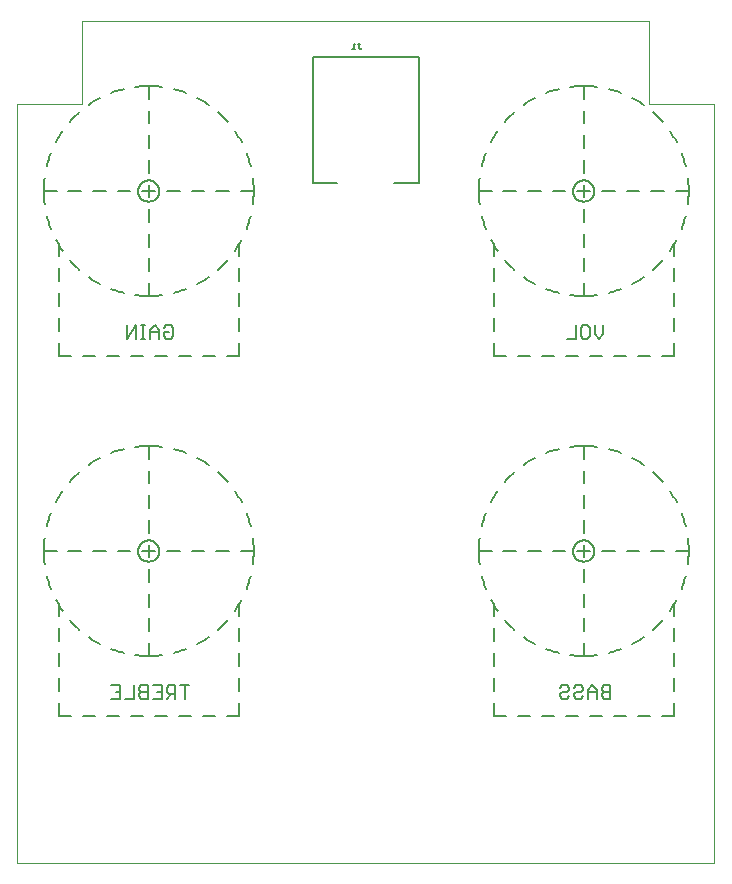
<source format=gbo>
G75*
%MOIN*%
%OFA0B0*%
%FSLAX25Y25*%
%IPPOS*%
%LPD*%
%AMOC8*
5,1,8,0,0,1.08239X$1,22.5*
%
%ADD10C,0.00500*%
%ADD11C,0.00600*%
%ADD12C,0.00800*%
%ADD13C,0.00000*%
D10*
X0018750Y0055863D02*
X0022805Y0055863D01*
X0026742Y0055863D02*
X0030797Y0055863D01*
X0034734Y0055863D02*
X0038789Y0055863D01*
X0042726Y0055863D02*
X0046781Y0055863D01*
X0050719Y0055863D02*
X0054774Y0055863D01*
X0058711Y0055863D02*
X0062766Y0055863D01*
X0066703Y0055863D02*
X0070758Y0055863D01*
X0074695Y0055863D02*
X0078750Y0055863D01*
X0078750Y0060201D01*
X0078750Y0064138D02*
X0078750Y0068476D01*
X0078750Y0072413D02*
X0078750Y0076750D01*
X0078750Y0080687D02*
X0078750Y0085025D01*
X0078750Y0088962D02*
X0078750Y0093300D01*
X0079472Y0110800D02*
X0083750Y0110800D01*
X0075535Y0110800D02*
X0071257Y0110800D01*
X0067320Y0110800D02*
X0063041Y0110800D01*
X0059104Y0110800D02*
X0054826Y0110800D01*
X0050889Y0110800D02*
X0046611Y0110800D01*
X0014757Y0119135D02*
X0014943Y0119858D01*
X0015143Y0120577D01*
X0015360Y0121292D01*
X0015591Y0122002D01*
X0015837Y0122707D01*
X0016099Y0123406D01*
X0018028Y0110800D02*
X0013750Y0110800D01*
X0021965Y0110800D02*
X0026243Y0110800D01*
X0030180Y0110800D02*
X0034459Y0110800D01*
X0038396Y0110800D02*
X0042674Y0110800D01*
X0022469Y0133915D02*
X0022968Y0134471D01*
X0023479Y0135015D01*
X0024001Y0135549D01*
X0024535Y0136071D01*
X0025079Y0136582D01*
X0025635Y0137081D01*
X0048750Y0137585D02*
X0048750Y0133307D01*
X0048750Y0129370D02*
X0048750Y0125091D01*
X0048750Y0121154D02*
X0048750Y0116876D01*
X0048750Y0112939D02*
X0048750Y0108661D01*
X0040414Y0076807D02*
X0039691Y0076993D01*
X0038972Y0077194D01*
X0038258Y0077410D01*
X0037548Y0077641D01*
X0036843Y0077888D01*
X0036144Y0078149D01*
X0048750Y0080078D02*
X0048750Y0075800D01*
X0048750Y0084015D02*
X0048750Y0088293D01*
X0048750Y0092230D02*
X0048750Y0096509D01*
X0048750Y0100446D02*
X0048750Y0104724D01*
X0057086Y0076807D02*
X0057809Y0076993D01*
X0058528Y0077194D01*
X0059242Y0077410D01*
X0059952Y0077641D01*
X0060657Y0077888D01*
X0061356Y0078149D01*
X0020041Y0090781D02*
X0019620Y0091398D01*
X0019213Y0092023D01*
X0018819Y0092657D01*
X0018439Y0093300D01*
X0018073Y0093950D01*
X0017720Y0094609D01*
X0018750Y0093300D02*
X0018750Y0088962D01*
X0018750Y0085025D02*
X0018750Y0080687D01*
X0018750Y0076750D02*
X0018750Y0072413D01*
X0018750Y0068476D02*
X0018750Y0064138D01*
X0018750Y0060201D02*
X0018750Y0055863D01*
X0077459Y0090781D02*
X0077880Y0091398D01*
X0078287Y0092023D01*
X0078681Y0092657D01*
X0079061Y0093300D01*
X0079427Y0093950D01*
X0079780Y0094609D01*
X0082743Y0119135D02*
X0082557Y0119858D01*
X0082357Y0120577D01*
X0082140Y0121292D01*
X0081909Y0122002D01*
X0081663Y0122707D01*
X0081401Y0123406D01*
X0075031Y0133915D02*
X0074532Y0134471D01*
X0074021Y0135015D01*
X0073499Y0135549D01*
X0072965Y0136071D01*
X0072421Y0136582D01*
X0071865Y0137081D01*
X0048750Y0141522D02*
X0048750Y0145800D01*
X0046781Y0175863D02*
X0042726Y0175863D01*
X0038789Y0175863D02*
X0034734Y0175863D01*
X0030797Y0175863D02*
X0026742Y0175863D01*
X0022805Y0175863D02*
X0018750Y0175863D01*
X0018750Y0180201D01*
X0018750Y0184138D02*
X0018750Y0188476D01*
X0018750Y0192413D02*
X0018750Y0196750D01*
X0018750Y0200687D02*
X0018750Y0205025D01*
X0018750Y0208962D02*
X0018750Y0213300D01*
X0018028Y0230800D02*
X0013750Y0230800D01*
X0021965Y0230800D02*
X0026243Y0230800D01*
X0030180Y0230800D02*
X0034459Y0230800D01*
X0038396Y0230800D02*
X0042674Y0230800D01*
X0046611Y0230800D02*
X0050889Y0230800D01*
X0082743Y0239135D02*
X0082557Y0239858D01*
X0082357Y0240577D01*
X0082140Y0241292D01*
X0081909Y0242002D01*
X0081663Y0242707D01*
X0081401Y0243406D01*
X0079472Y0230800D02*
X0083750Y0230800D01*
X0075535Y0230800D02*
X0071257Y0230800D01*
X0067320Y0230800D02*
X0063041Y0230800D01*
X0059104Y0230800D02*
X0054826Y0230800D01*
X0075031Y0253915D02*
X0074532Y0254471D01*
X0074021Y0255015D01*
X0073499Y0255549D01*
X0072965Y0256071D01*
X0072421Y0256582D01*
X0071865Y0257081D01*
X0048750Y0257585D02*
X0048750Y0253307D01*
X0048750Y0249370D02*
X0048750Y0245091D01*
X0048750Y0241154D02*
X0048750Y0236876D01*
X0048750Y0232939D02*
X0048750Y0228661D01*
X0040414Y0196807D02*
X0039691Y0196993D01*
X0038972Y0197194D01*
X0038258Y0197410D01*
X0037548Y0197641D01*
X0036843Y0197888D01*
X0036144Y0198149D01*
X0048750Y0200078D02*
X0048750Y0195800D01*
X0048750Y0204015D02*
X0048750Y0208293D01*
X0048750Y0212230D02*
X0048750Y0216509D01*
X0048750Y0220446D02*
X0048750Y0224724D01*
X0057086Y0196807D02*
X0057809Y0196993D01*
X0058528Y0197194D01*
X0059242Y0197410D01*
X0059952Y0197641D01*
X0060657Y0197888D01*
X0061356Y0198149D01*
X0078750Y0196750D02*
X0078750Y0192413D01*
X0078750Y0188476D02*
X0078750Y0184138D01*
X0078750Y0180201D02*
X0078750Y0175863D01*
X0074695Y0175863D01*
X0070758Y0175863D02*
X0066703Y0175863D01*
X0062766Y0175863D02*
X0058711Y0175863D01*
X0054774Y0175863D02*
X0050719Y0175863D01*
X0078750Y0200687D02*
X0078750Y0205025D01*
X0078750Y0208962D02*
X0078750Y0213300D01*
X0079780Y0246991D02*
X0079427Y0247649D01*
X0079061Y0248300D01*
X0078681Y0248942D01*
X0078287Y0249577D01*
X0077880Y0250202D01*
X0077459Y0250819D01*
X0048750Y0261522D02*
X0048750Y0265800D01*
X0057085Y0264793D02*
X0057808Y0264607D01*
X0058527Y0264407D01*
X0059242Y0264190D01*
X0059952Y0263959D01*
X0060657Y0263713D01*
X0061356Y0263451D01*
X0083464Y0235267D02*
X0083551Y0234525D01*
X0083623Y0233782D01*
X0083678Y0233038D01*
X0083718Y0232292D01*
X0083742Y0231546D01*
X0083750Y0230800D01*
X0053217Y0265514D02*
X0052475Y0265601D01*
X0051732Y0265673D01*
X0050988Y0265728D01*
X0050242Y0265768D01*
X0049496Y0265792D01*
X0048750Y0265800D01*
X0040415Y0264793D02*
X0039692Y0264607D01*
X0038973Y0264407D01*
X0038258Y0264190D01*
X0037548Y0263959D01*
X0036843Y0263713D01*
X0036144Y0263451D01*
X0025635Y0257081D02*
X0025079Y0256582D01*
X0024535Y0256071D01*
X0024001Y0255549D01*
X0023479Y0255015D01*
X0022968Y0254471D01*
X0022469Y0253915D01*
X0016099Y0243406D02*
X0015837Y0242707D01*
X0015591Y0242002D01*
X0015360Y0241292D01*
X0015143Y0240577D01*
X0014943Y0239858D01*
X0014757Y0239135D01*
X0044283Y0265514D02*
X0045025Y0265601D01*
X0045768Y0265673D01*
X0046512Y0265728D01*
X0047258Y0265768D01*
X0048004Y0265792D01*
X0048750Y0265800D01*
X0064941Y0261830D02*
X0065599Y0261477D01*
X0066250Y0261111D01*
X0066892Y0260731D01*
X0067527Y0260337D01*
X0068152Y0259930D01*
X0068769Y0259509D01*
X0032559Y0261830D02*
X0031901Y0261477D01*
X0031250Y0261111D01*
X0030608Y0260731D01*
X0029973Y0260337D01*
X0029348Y0259930D01*
X0028731Y0259509D01*
X0014036Y0235267D02*
X0013949Y0234525D01*
X0013877Y0233782D01*
X0013822Y0233038D01*
X0013782Y0232292D01*
X0013758Y0231546D01*
X0013750Y0230800D01*
X0017720Y0246991D02*
X0018073Y0247649D01*
X0018439Y0248300D01*
X0018819Y0248942D01*
X0019213Y0249577D01*
X0019620Y0250202D01*
X0020041Y0250819D01*
X0014757Y0222464D02*
X0014943Y0221741D01*
X0015144Y0221022D01*
X0015360Y0220308D01*
X0015591Y0219598D01*
X0015838Y0218893D01*
X0016099Y0218194D01*
X0077459Y0210781D02*
X0077880Y0211398D01*
X0078287Y0212023D01*
X0078681Y0212657D01*
X0079061Y0213300D01*
X0079427Y0213950D01*
X0079780Y0214609D01*
X0020041Y0210781D02*
X0019620Y0211398D01*
X0019213Y0212023D01*
X0018819Y0212657D01*
X0018439Y0213300D01*
X0018073Y0213950D01*
X0017720Y0214609D01*
X0048750Y0195800D02*
X0049497Y0195808D01*
X0050243Y0195832D01*
X0050988Y0195872D01*
X0051733Y0195927D01*
X0052476Y0195999D01*
X0053217Y0196086D01*
X0025635Y0204519D02*
X0025079Y0205018D01*
X0024535Y0205529D01*
X0024001Y0206051D01*
X0023479Y0206585D01*
X0022968Y0207129D01*
X0022469Y0207685D01*
X0071865Y0204519D02*
X0072421Y0205018D01*
X0072965Y0205529D01*
X0073499Y0206051D01*
X0074021Y0206585D01*
X0074532Y0207129D01*
X0075031Y0207685D01*
X0048750Y0195800D02*
X0048003Y0195808D01*
X0047257Y0195832D01*
X0046512Y0195872D01*
X0045767Y0195927D01*
X0045024Y0195999D01*
X0044283Y0196086D01*
X0045215Y0230800D02*
X0045217Y0230919D01*
X0045223Y0231037D01*
X0045233Y0231156D01*
X0045247Y0231274D01*
X0045265Y0231391D01*
X0045287Y0231508D01*
X0045312Y0231624D01*
X0045342Y0231739D01*
X0045375Y0231853D01*
X0045413Y0231966D01*
X0045454Y0232077D01*
X0045498Y0232187D01*
X0045547Y0232295D01*
X0045599Y0232402D01*
X0045655Y0232507D01*
X0045714Y0232610D01*
X0045776Y0232711D01*
X0045842Y0232810D01*
X0045911Y0232907D01*
X0045984Y0233001D01*
X0046059Y0233092D01*
X0046138Y0233182D01*
X0046219Y0233268D01*
X0046303Y0233352D01*
X0046391Y0233432D01*
X0046480Y0233510D01*
X0046573Y0233585D01*
X0046667Y0233656D01*
X0046765Y0233725D01*
X0046864Y0233790D01*
X0046965Y0233851D01*
X0047069Y0233910D01*
X0047174Y0233964D01*
X0047282Y0234016D01*
X0047390Y0234063D01*
X0047501Y0234107D01*
X0047613Y0234147D01*
X0047726Y0234183D01*
X0047840Y0234216D01*
X0047955Y0234244D01*
X0048071Y0234269D01*
X0048188Y0234290D01*
X0048306Y0234307D01*
X0048424Y0234320D01*
X0048542Y0234329D01*
X0048661Y0234334D01*
X0048780Y0234335D01*
X0048898Y0234332D01*
X0049017Y0234325D01*
X0049135Y0234314D01*
X0049253Y0234299D01*
X0049370Y0234280D01*
X0049487Y0234257D01*
X0049603Y0234231D01*
X0049717Y0234200D01*
X0049831Y0234166D01*
X0049944Y0234127D01*
X0050055Y0234085D01*
X0050164Y0234040D01*
X0050272Y0233990D01*
X0050379Y0233937D01*
X0050483Y0233881D01*
X0050586Y0233821D01*
X0050686Y0233758D01*
X0050784Y0233691D01*
X0050880Y0233621D01*
X0050974Y0233548D01*
X0051065Y0233472D01*
X0051153Y0233392D01*
X0051239Y0233310D01*
X0051322Y0233225D01*
X0051402Y0233137D01*
X0051479Y0233047D01*
X0051553Y0232954D01*
X0051624Y0232859D01*
X0051691Y0232761D01*
X0051756Y0232661D01*
X0051816Y0232559D01*
X0051874Y0232455D01*
X0051928Y0232349D01*
X0051978Y0232241D01*
X0052024Y0232132D01*
X0052067Y0232021D01*
X0052106Y0231909D01*
X0052142Y0231796D01*
X0052173Y0231681D01*
X0052201Y0231566D01*
X0052225Y0231450D01*
X0052245Y0231332D01*
X0052261Y0231215D01*
X0052273Y0231097D01*
X0052281Y0230978D01*
X0052285Y0230859D01*
X0052285Y0230741D01*
X0052281Y0230622D01*
X0052273Y0230503D01*
X0052261Y0230385D01*
X0052245Y0230268D01*
X0052225Y0230150D01*
X0052201Y0230034D01*
X0052173Y0229919D01*
X0052142Y0229804D01*
X0052106Y0229691D01*
X0052067Y0229579D01*
X0052024Y0229468D01*
X0051978Y0229359D01*
X0051928Y0229251D01*
X0051874Y0229145D01*
X0051816Y0229041D01*
X0051756Y0228939D01*
X0051691Y0228839D01*
X0051624Y0228741D01*
X0051553Y0228646D01*
X0051479Y0228553D01*
X0051402Y0228463D01*
X0051322Y0228375D01*
X0051239Y0228290D01*
X0051153Y0228208D01*
X0051065Y0228128D01*
X0050974Y0228052D01*
X0050880Y0227979D01*
X0050784Y0227909D01*
X0050686Y0227842D01*
X0050586Y0227779D01*
X0050483Y0227719D01*
X0050379Y0227663D01*
X0050272Y0227610D01*
X0050164Y0227560D01*
X0050055Y0227515D01*
X0049944Y0227473D01*
X0049831Y0227434D01*
X0049717Y0227400D01*
X0049603Y0227369D01*
X0049487Y0227343D01*
X0049370Y0227320D01*
X0049253Y0227301D01*
X0049135Y0227286D01*
X0049017Y0227275D01*
X0048898Y0227268D01*
X0048780Y0227265D01*
X0048661Y0227266D01*
X0048542Y0227271D01*
X0048424Y0227280D01*
X0048306Y0227293D01*
X0048188Y0227310D01*
X0048071Y0227331D01*
X0047955Y0227356D01*
X0047840Y0227384D01*
X0047726Y0227417D01*
X0047613Y0227453D01*
X0047501Y0227493D01*
X0047390Y0227537D01*
X0047282Y0227584D01*
X0047174Y0227636D01*
X0047069Y0227690D01*
X0046965Y0227749D01*
X0046864Y0227810D01*
X0046765Y0227875D01*
X0046667Y0227944D01*
X0046573Y0228015D01*
X0046480Y0228090D01*
X0046391Y0228168D01*
X0046303Y0228248D01*
X0046219Y0228332D01*
X0046138Y0228418D01*
X0046059Y0228508D01*
X0045984Y0228599D01*
X0045911Y0228693D01*
X0045842Y0228790D01*
X0045776Y0228889D01*
X0045714Y0228990D01*
X0045655Y0229093D01*
X0045599Y0229198D01*
X0045547Y0229305D01*
X0045498Y0229413D01*
X0045454Y0229523D01*
X0045413Y0229634D01*
X0045375Y0229747D01*
X0045342Y0229861D01*
X0045312Y0229976D01*
X0045287Y0230092D01*
X0045265Y0230209D01*
X0045247Y0230326D01*
X0045233Y0230444D01*
X0045223Y0230563D01*
X0045217Y0230681D01*
X0045215Y0230800D01*
X0083464Y0226333D02*
X0083551Y0227074D01*
X0083623Y0227817D01*
X0083678Y0228562D01*
X0083718Y0229307D01*
X0083742Y0230053D01*
X0083750Y0230800D01*
X0014036Y0226333D02*
X0013949Y0227074D01*
X0013877Y0227817D01*
X0013822Y0228562D01*
X0013782Y0229307D01*
X0013758Y0230053D01*
X0013750Y0230800D01*
X0064941Y0199770D02*
X0065600Y0200123D01*
X0066250Y0200489D01*
X0066893Y0200869D01*
X0067527Y0201263D01*
X0068152Y0201670D01*
X0068769Y0202091D01*
X0032559Y0199770D02*
X0031900Y0200123D01*
X0031250Y0200489D01*
X0030607Y0200869D01*
X0029973Y0201263D01*
X0029348Y0201670D01*
X0028731Y0202091D01*
X0081401Y0218194D02*
X0081662Y0218893D01*
X0081909Y0219598D01*
X0082140Y0220308D01*
X0082356Y0221022D01*
X0082557Y0221741D01*
X0082743Y0222464D01*
X0116417Y0278025D02*
X0117685Y0278025D01*
X0117051Y0278025D02*
X0117051Y0279927D01*
X0117685Y0279293D01*
X0118627Y0279927D02*
X0119261Y0279927D01*
X0118944Y0279927D02*
X0118944Y0278342D01*
X0119261Y0278025D01*
X0119578Y0278025D01*
X0119895Y0278342D01*
X0158750Y0230800D02*
X0163028Y0230800D01*
X0166965Y0230800D02*
X0171243Y0230800D01*
X0175180Y0230800D02*
X0179459Y0230800D01*
X0183396Y0230800D02*
X0187674Y0230800D01*
X0191611Y0230800D02*
X0195889Y0230800D01*
X0227743Y0239135D02*
X0227557Y0239858D01*
X0227357Y0240577D01*
X0227140Y0241292D01*
X0226909Y0242002D01*
X0226663Y0242707D01*
X0226401Y0243406D01*
X0224472Y0230800D02*
X0228750Y0230800D01*
X0220535Y0230800D02*
X0216257Y0230800D01*
X0212320Y0230800D02*
X0208041Y0230800D01*
X0204104Y0230800D02*
X0199826Y0230800D01*
X0220031Y0253915D02*
X0219532Y0254471D01*
X0219021Y0255015D01*
X0218499Y0255549D01*
X0217965Y0256071D01*
X0217421Y0256582D01*
X0216865Y0257081D01*
X0193750Y0257585D02*
X0193750Y0253307D01*
X0193750Y0249370D02*
X0193750Y0245091D01*
X0193750Y0241154D02*
X0193750Y0236876D01*
X0193750Y0232939D02*
X0193750Y0228661D01*
X0185414Y0196807D02*
X0184691Y0196993D01*
X0183972Y0197194D01*
X0183258Y0197410D01*
X0182548Y0197641D01*
X0181843Y0197888D01*
X0181144Y0198149D01*
X0193750Y0200078D02*
X0193750Y0195800D01*
X0193750Y0204015D02*
X0193750Y0208293D01*
X0193750Y0212230D02*
X0193750Y0216509D01*
X0193750Y0220446D02*
X0193750Y0224724D01*
X0202086Y0196807D02*
X0202809Y0196993D01*
X0203528Y0197194D01*
X0204242Y0197410D01*
X0204952Y0197641D01*
X0205657Y0197888D01*
X0206356Y0198149D01*
X0223750Y0196750D02*
X0223750Y0192413D01*
X0223750Y0188476D02*
X0223750Y0184138D01*
X0223750Y0180201D02*
X0223750Y0175863D01*
X0219695Y0175863D01*
X0215758Y0175863D02*
X0211703Y0175863D01*
X0207766Y0175863D02*
X0203711Y0175863D01*
X0199774Y0175863D02*
X0195719Y0175863D01*
X0191781Y0175863D02*
X0187726Y0175863D01*
X0183789Y0175863D02*
X0179734Y0175863D01*
X0175797Y0175863D02*
X0171742Y0175863D01*
X0167805Y0175863D02*
X0163750Y0175863D01*
X0163750Y0180201D01*
X0163750Y0184138D02*
X0163750Y0188476D01*
X0163750Y0192413D02*
X0163750Y0196750D01*
X0163750Y0200687D02*
X0163750Y0205025D01*
X0163750Y0208962D02*
X0163750Y0213300D01*
X0159757Y0239135D02*
X0159943Y0239858D01*
X0160143Y0240577D01*
X0160360Y0241292D01*
X0160591Y0242002D01*
X0160837Y0242707D01*
X0161099Y0243406D01*
X0167469Y0253915D02*
X0167968Y0254471D01*
X0168479Y0255015D01*
X0169001Y0255549D01*
X0169535Y0256071D01*
X0170079Y0256582D01*
X0170635Y0257081D01*
X0193750Y0261522D02*
X0193750Y0265800D01*
X0202085Y0264793D02*
X0202808Y0264607D01*
X0203527Y0264407D01*
X0204242Y0264190D01*
X0204952Y0263959D01*
X0205657Y0263713D01*
X0206356Y0263451D01*
X0228464Y0235267D02*
X0228551Y0234525D01*
X0228623Y0233782D01*
X0228678Y0233038D01*
X0228718Y0232292D01*
X0228742Y0231546D01*
X0228750Y0230800D01*
X0223750Y0213300D02*
X0223750Y0208962D01*
X0223750Y0205025D02*
X0223750Y0200687D01*
X0165041Y0210781D02*
X0164620Y0211398D01*
X0164213Y0212023D01*
X0163819Y0212657D01*
X0163439Y0213300D01*
X0163073Y0213950D01*
X0162720Y0214609D01*
X0162720Y0246991D02*
X0163073Y0247649D01*
X0163439Y0248300D01*
X0163819Y0248942D01*
X0164213Y0249577D01*
X0164620Y0250202D01*
X0165041Y0250819D01*
X0181144Y0263451D02*
X0181843Y0263713D01*
X0182548Y0263959D01*
X0183258Y0264190D01*
X0183973Y0264407D01*
X0184692Y0264607D01*
X0185415Y0264793D01*
X0159036Y0235267D02*
X0158949Y0234525D01*
X0158877Y0233782D01*
X0158822Y0233038D01*
X0158782Y0232292D01*
X0158758Y0231546D01*
X0158750Y0230800D01*
X0189283Y0265514D02*
X0190025Y0265601D01*
X0190768Y0265673D01*
X0191512Y0265728D01*
X0192258Y0265768D01*
X0193004Y0265792D01*
X0193750Y0265800D01*
X0209941Y0261830D02*
X0210599Y0261477D01*
X0211250Y0261111D01*
X0211892Y0260731D01*
X0212527Y0260337D01*
X0213152Y0259930D01*
X0213769Y0259509D01*
X0198217Y0265514D02*
X0197475Y0265601D01*
X0196732Y0265673D01*
X0195988Y0265728D01*
X0195242Y0265768D01*
X0194496Y0265792D01*
X0193750Y0265800D01*
X0177559Y0261830D02*
X0176901Y0261477D01*
X0176250Y0261111D01*
X0175608Y0260731D01*
X0174973Y0260337D01*
X0174348Y0259930D01*
X0173731Y0259509D01*
X0222459Y0250819D02*
X0222880Y0250202D01*
X0223287Y0249577D01*
X0223681Y0248942D01*
X0224061Y0248300D01*
X0224427Y0247649D01*
X0224780Y0246991D01*
X0158750Y0230800D02*
X0158758Y0230053D01*
X0158782Y0229307D01*
X0158822Y0228562D01*
X0158877Y0227817D01*
X0158949Y0227074D01*
X0159036Y0226333D01*
X0193750Y0195800D02*
X0194497Y0195808D01*
X0195243Y0195832D01*
X0195988Y0195872D01*
X0196733Y0195927D01*
X0197476Y0195999D01*
X0198217Y0196086D01*
X0170635Y0204519D02*
X0170079Y0205018D01*
X0169535Y0205529D01*
X0169001Y0206051D01*
X0168479Y0206585D01*
X0167968Y0207129D01*
X0167469Y0207685D01*
X0222459Y0210781D02*
X0222880Y0211398D01*
X0223287Y0212023D01*
X0223681Y0212657D01*
X0224061Y0213300D01*
X0224427Y0213950D01*
X0224780Y0214609D01*
X0193750Y0195800D02*
X0193003Y0195808D01*
X0192257Y0195832D01*
X0191512Y0195872D01*
X0190767Y0195927D01*
X0190024Y0195999D01*
X0189283Y0196086D01*
X0216865Y0204519D02*
X0217421Y0205018D01*
X0217965Y0205529D01*
X0218499Y0206051D01*
X0219021Y0206585D01*
X0219532Y0207129D01*
X0220031Y0207685D01*
X0190215Y0230800D02*
X0190217Y0230919D01*
X0190223Y0231037D01*
X0190233Y0231156D01*
X0190247Y0231274D01*
X0190265Y0231391D01*
X0190287Y0231508D01*
X0190312Y0231624D01*
X0190342Y0231739D01*
X0190375Y0231853D01*
X0190413Y0231966D01*
X0190454Y0232077D01*
X0190498Y0232187D01*
X0190547Y0232295D01*
X0190599Y0232402D01*
X0190655Y0232507D01*
X0190714Y0232610D01*
X0190776Y0232711D01*
X0190842Y0232810D01*
X0190911Y0232907D01*
X0190984Y0233001D01*
X0191059Y0233092D01*
X0191138Y0233182D01*
X0191219Y0233268D01*
X0191303Y0233352D01*
X0191391Y0233432D01*
X0191480Y0233510D01*
X0191573Y0233585D01*
X0191667Y0233656D01*
X0191765Y0233725D01*
X0191864Y0233790D01*
X0191965Y0233851D01*
X0192069Y0233910D01*
X0192174Y0233964D01*
X0192282Y0234016D01*
X0192390Y0234063D01*
X0192501Y0234107D01*
X0192613Y0234147D01*
X0192726Y0234183D01*
X0192840Y0234216D01*
X0192955Y0234244D01*
X0193071Y0234269D01*
X0193188Y0234290D01*
X0193306Y0234307D01*
X0193424Y0234320D01*
X0193542Y0234329D01*
X0193661Y0234334D01*
X0193780Y0234335D01*
X0193898Y0234332D01*
X0194017Y0234325D01*
X0194135Y0234314D01*
X0194253Y0234299D01*
X0194370Y0234280D01*
X0194487Y0234257D01*
X0194603Y0234231D01*
X0194717Y0234200D01*
X0194831Y0234166D01*
X0194944Y0234127D01*
X0195055Y0234085D01*
X0195164Y0234040D01*
X0195272Y0233990D01*
X0195379Y0233937D01*
X0195483Y0233881D01*
X0195586Y0233821D01*
X0195686Y0233758D01*
X0195784Y0233691D01*
X0195880Y0233621D01*
X0195974Y0233548D01*
X0196065Y0233472D01*
X0196153Y0233392D01*
X0196239Y0233310D01*
X0196322Y0233225D01*
X0196402Y0233137D01*
X0196479Y0233047D01*
X0196553Y0232954D01*
X0196624Y0232859D01*
X0196691Y0232761D01*
X0196756Y0232661D01*
X0196816Y0232559D01*
X0196874Y0232455D01*
X0196928Y0232349D01*
X0196978Y0232241D01*
X0197024Y0232132D01*
X0197067Y0232021D01*
X0197106Y0231909D01*
X0197142Y0231796D01*
X0197173Y0231681D01*
X0197201Y0231566D01*
X0197225Y0231450D01*
X0197245Y0231332D01*
X0197261Y0231215D01*
X0197273Y0231097D01*
X0197281Y0230978D01*
X0197285Y0230859D01*
X0197285Y0230741D01*
X0197281Y0230622D01*
X0197273Y0230503D01*
X0197261Y0230385D01*
X0197245Y0230268D01*
X0197225Y0230150D01*
X0197201Y0230034D01*
X0197173Y0229919D01*
X0197142Y0229804D01*
X0197106Y0229691D01*
X0197067Y0229579D01*
X0197024Y0229468D01*
X0196978Y0229359D01*
X0196928Y0229251D01*
X0196874Y0229145D01*
X0196816Y0229041D01*
X0196756Y0228939D01*
X0196691Y0228839D01*
X0196624Y0228741D01*
X0196553Y0228646D01*
X0196479Y0228553D01*
X0196402Y0228463D01*
X0196322Y0228375D01*
X0196239Y0228290D01*
X0196153Y0228208D01*
X0196065Y0228128D01*
X0195974Y0228052D01*
X0195880Y0227979D01*
X0195784Y0227909D01*
X0195686Y0227842D01*
X0195586Y0227779D01*
X0195483Y0227719D01*
X0195379Y0227663D01*
X0195272Y0227610D01*
X0195164Y0227560D01*
X0195055Y0227515D01*
X0194944Y0227473D01*
X0194831Y0227434D01*
X0194717Y0227400D01*
X0194603Y0227369D01*
X0194487Y0227343D01*
X0194370Y0227320D01*
X0194253Y0227301D01*
X0194135Y0227286D01*
X0194017Y0227275D01*
X0193898Y0227268D01*
X0193780Y0227265D01*
X0193661Y0227266D01*
X0193542Y0227271D01*
X0193424Y0227280D01*
X0193306Y0227293D01*
X0193188Y0227310D01*
X0193071Y0227331D01*
X0192955Y0227356D01*
X0192840Y0227384D01*
X0192726Y0227417D01*
X0192613Y0227453D01*
X0192501Y0227493D01*
X0192390Y0227537D01*
X0192282Y0227584D01*
X0192174Y0227636D01*
X0192069Y0227690D01*
X0191965Y0227749D01*
X0191864Y0227810D01*
X0191765Y0227875D01*
X0191667Y0227944D01*
X0191573Y0228015D01*
X0191480Y0228090D01*
X0191391Y0228168D01*
X0191303Y0228248D01*
X0191219Y0228332D01*
X0191138Y0228418D01*
X0191059Y0228508D01*
X0190984Y0228599D01*
X0190911Y0228693D01*
X0190842Y0228790D01*
X0190776Y0228889D01*
X0190714Y0228990D01*
X0190655Y0229093D01*
X0190599Y0229198D01*
X0190547Y0229305D01*
X0190498Y0229413D01*
X0190454Y0229523D01*
X0190413Y0229634D01*
X0190375Y0229747D01*
X0190342Y0229861D01*
X0190312Y0229976D01*
X0190287Y0230092D01*
X0190265Y0230209D01*
X0190247Y0230326D01*
X0190233Y0230444D01*
X0190223Y0230563D01*
X0190217Y0230681D01*
X0190215Y0230800D01*
X0159757Y0222464D02*
X0159943Y0221741D01*
X0160144Y0221022D01*
X0160360Y0220308D01*
X0160591Y0219598D01*
X0160838Y0218893D01*
X0161099Y0218194D01*
X0228464Y0226333D02*
X0228551Y0227074D01*
X0228623Y0227817D01*
X0228678Y0228562D01*
X0228718Y0229307D01*
X0228742Y0230053D01*
X0228750Y0230800D01*
X0227743Y0222464D02*
X0227557Y0221741D01*
X0227356Y0221022D01*
X0227140Y0220308D01*
X0226909Y0219598D01*
X0226662Y0218893D01*
X0226401Y0218194D01*
X0177559Y0199770D02*
X0176900Y0200123D01*
X0176250Y0200489D01*
X0175607Y0200869D01*
X0174973Y0201263D01*
X0174348Y0201670D01*
X0173731Y0202091D01*
X0209941Y0199770D02*
X0210600Y0200123D01*
X0211250Y0200489D01*
X0211893Y0200869D01*
X0212527Y0201263D01*
X0213152Y0201670D01*
X0213769Y0202091D01*
X0193750Y0145800D02*
X0193750Y0141522D01*
X0193750Y0137585D02*
X0193750Y0133307D01*
X0193750Y0129370D02*
X0193750Y0125091D01*
X0193750Y0121154D02*
X0193750Y0116876D01*
X0193750Y0112939D02*
X0193750Y0108661D01*
X0185414Y0076807D02*
X0184691Y0076993D01*
X0183972Y0077194D01*
X0183258Y0077410D01*
X0182548Y0077641D01*
X0181843Y0077888D01*
X0181144Y0078149D01*
X0193750Y0080078D02*
X0193750Y0075800D01*
X0193750Y0084015D02*
X0193750Y0088293D01*
X0193750Y0092230D02*
X0193750Y0096509D01*
X0193750Y0100446D02*
X0193750Y0104724D01*
X0202086Y0076807D02*
X0202809Y0076993D01*
X0203528Y0077194D01*
X0204242Y0077410D01*
X0204952Y0077641D01*
X0205657Y0077888D01*
X0206356Y0078149D01*
X0223750Y0076750D02*
X0223750Y0072413D01*
X0223750Y0068476D02*
X0223750Y0064138D01*
X0223750Y0060201D02*
X0223750Y0055863D01*
X0219695Y0055863D01*
X0215758Y0055863D02*
X0211703Y0055863D01*
X0207766Y0055863D02*
X0203711Y0055863D01*
X0199774Y0055863D02*
X0195719Y0055863D01*
X0191781Y0055863D02*
X0187726Y0055863D01*
X0183789Y0055863D02*
X0179734Y0055863D01*
X0175797Y0055863D02*
X0171742Y0055863D01*
X0167805Y0055863D02*
X0163750Y0055863D01*
X0163750Y0060201D01*
X0163750Y0064138D02*
X0163750Y0068476D01*
X0163750Y0072413D02*
X0163750Y0076750D01*
X0163750Y0080687D02*
X0163750Y0085025D01*
X0163750Y0088962D02*
X0163750Y0093300D01*
X0163028Y0110800D02*
X0158750Y0110800D01*
X0166965Y0110800D02*
X0171243Y0110800D01*
X0175180Y0110800D02*
X0179459Y0110800D01*
X0183396Y0110800D02*
X0187674Y0110800D01*
X0191611Y0110800D02*
X0195889Y0110800D01*
X0227743Y0119135D02*
X0227557Y0119858D01*
X0227357Y0120577D01*
X0227140Y0121292D01*
X0226909Y0122002D01*
X0226663Y0122707D01*
X0226401Y0123406D01*
X0224472Y0110800D02*
X0228750Y0110800D01*
X0220535Y0110800D02*
X0216257Y0110800D01*
X0212320Y0110800D02*
X0208041Y0110800D01*
X0204104Y0110800D02*
X0199826Y0110800D01*
X0220031Y0133915D02*
X0219532Y0134471D01*
X0219021Y0135015D01*
X0218499Y0135549D01*
X0217965Y0136071D01*
X0217421Y0136582D01*
X0216865Y0137081D01*
X0206356Y0143451D02*
X0205657Y0143713D01*
X0204952Y0143959D01*
X0204242Y0144190D01*
X0203527Y0144407D01*
X0202808Y0144607D01*
X0202085Y0144793D01*
X0228464Y0115267D02*
X0228551Y0114525D01*
X0228623Y0113782D01*
X0228678Y0113038D01*
X0228718Y0112292D01*
X0228742Y0111546D01*
X0228750Y0110800D01*
X0223750Y0093300D02*
X0223750Y0088962D01*
X0223750Y0085025D02*
X0223750Y0080687D01*
X0165041Y0090781D02*
X0164620Y0091398D01*
X0164213Y0092023D01*
X0163819Y0092657D01*
X0163439Y0093300D01*
X0163073Y0093950D01*
X0162720Y0094609D01*
X0159757Y0119135D02*
X0159943Y0119858D01*
X0160143Y0120577D01*
X0160360Y0121292D01*
X0160591Y0122002D01*
X0160837Y0122707D01*
X0161099Y0123406D01*
X0167469Y0133915D02*
X0167968Y0134471D01*
X0168479Y0135015D01*
X0169001Y0135549D01*
X0169535Y0136071D01*
X0170079Y0136582D01*
X0170635Y0137081D01*
X0181144Y0143451D02*
X0181843Y0143713D01*
X0182548Y0143959D01*
X0183258Y0144190D01*
X0183973Y0144407D01*
X0184692Y0144607D01*
X0185415Y0144793D01*
X0159036Y0115267D02*
X0158949Y0114525D01*
X0158877Y0113782D01*
X0158822Y0113038D01*
X0158782Y0112292D01*
X0158758Y0111546D01*
X0158750Y0110800D01*
X0189283Y0145514D02*
X0190025Y0145601D01*
X0190768Y0145673D01*
X0191512Y0145728D01*
X0192258Y0145768D01*
X0193004Y0145792D01*
X0193750Y0145800D01*
X0209941Y0141830D02*
X0210599Y0141477D01*
X0211250Y0141111D01*
X0211892Y0140731D01*
X0212527Y0140337D01*
X0213152Y0139930D01*
X0213769Y0139509D01*
X0198217Y0145514D02*
X0197475Y0145601D01*
X0196732Y0145673D01*
X0195988Y0145728D01*
X0195242Y0145768D01*
X0194496Y0145792D01*
X0193750Y0145800D01*
X0177559Y0141830D02*
X0176901Y0141477D01*
X0176250Y0141111D01*
X0175608Y0140731D01*
X0174973Y0140337D01*
X0174348Y0139930D01*
X0173731Y0139509D01*
X0165041Y0130819D02*
X0164620Y0130202D01*
X0164213Y0129577D01*
X0163819Y0128942D01*
X0163439Y0128300D01*
X0163073Y0127649D01*
X0162720Y0126991D01*
X0159757Y0102464D02*
X0159943Y0101741D01*
X0160144Y0101022D01*
X0160360Y0100308D01*
X0160591Y0099598D01*
X0160838Y0098893D01*
X0161099Y0098194D01*
X0222459Y0090781D02*
X0222880Y0091398D01*
X0223287Y0092023D01*
X0223681Y0092657D01*
X0224061Y0093300D01*
X0224427Y0093950D01*
X0224780Y0094609D01*
X0224780Y0126991D02*
X0224427Y0127649D01*
X0224061Y0128300D01*
X0223681Y0128942D01*
X0223287Y0129577D01*
X0222880Y0130202D01*
X0222459Y0130819D01*
X0158750Y0110800D02*
X0158758Y0110053D01*
X0158782Y0109307D01*
X0158822Y0108562D01*
X0158877Y0107817D01*
X0158949Y0107074D01*
X0159036Y0106333D01*
X0193750Y0075800D02*
X0194497Y0075808D01*
X0195243Y0075832D01*
X0195988Y0075872D01*
X0196733Y0075927D01*
X0197476Y0075999D01*
X0198217Y0076086D01*
X0170635Y0084519D02*
X0170079Y0085018D01*
X0169535Y0085529D01*
X0169001Y0086051D01*
X0168479Y0086585D01*
X0167968Y0087129D01*
X0167469Y0087685D01*
X0216865Y0084519D02*
X0217421Y0085018D01*
X0217965Y0085529D01*
X0218499Y0086051D01*
X0219021Y0086585D01*
X0219532Y0087129D01*
X0220031Y0087685D01*
X0193750Y0075800D02*
X0193003Y0075808D01*
X0192257Y0075832D01*
X0191512Y0075872D01*
X0190767Y0075927D01*
X0190024Y0075999D01*
X0189283Y0076086D01*
X0190215Y0110800D02*
X0190217Y0110919D01*
X0190223Y0111037D01*
X0190233Y0111156D01*
X0190247Y0111274D01*
X0190265Y0111391D01*
X0190287Y0111508D01*
X0190312Y0111624D01*
X0190342Y0111739D01*
X0190375Y0111853D01*
X0190413Y0111966D01*
X0190454Y0112077D01*
X0190498Y0112187D01*
X0190547Y0112295D01*
X0190599Y0112402D01*
X0190655Y0112507D01*
X0190714Y0112610D01*
X0190776Y0112711D01*
X0190842Y0112810D01*
X0190911Y0112907D01*
X0190984Y0113001D01*
X0191059Y0113092D01*
X0191138Y0113182D01*
X0191219Y0113268D01*
X0191303Y0113352D01*
X0191391Y0113432D01*
X0191480Y0113510D01*
X0191573Y0113585D01*
X0191667Y0113656D01*
X0191765Y0113725D01*
X0191864Y0113790D01*
X0191965Y0113851D01*
X0192069Y0113910D01*
X0192174Y0113964D01*
X0192282Y0114016D01*
X0192390Y0114063D01*
X0192501Y0114107D01*
X0192613Y0114147D01*
X0192726Y0114183D01*
X0192840Y0114216D01*
X0192955Y0114244D01*
X0193071Y0114269D01*
X0193188Y0114290D01*
X0193306Y0114307D01*
X0193424Y0114320D01*
X0193542Y0114329D01*
X0193661Y0114334D01*
X0193780Y0114335D01*
X0193898Y0114332D01*
X0194017Y0114325D01*
X0194135Y0114314D01*
X0194253Y0114299D01*
X0194370Y0114280D01*
X0194487Y0114257D01*
X0194603Y0114231D01*
X0194717Y0114200D01*
X0194831Y0114166D01*
X0194944Y0114127D01*
X0195055Y0114085D01*
X0195164Y0114040D01*
X0195272Y0113990D01*
X0195379Y0113937D01*
X0195483Y0113881D01*
X0195586Y0113821D01*
X0195686Y0113758D01*
X0195784Y0113691D01*
X0195880Y0113621D01*
X0195974Y0113548D01*
X0196065Y0113472D01*
X0196153Y0113392D01*
X0196239Y0113310D01*
X0196322Y0113225D01*
X0196402Y0113137D01*
X0196479Y0113047D01*
X0196553Y0112954D01*
X0196624Y0112859D01*
X0196691Y0112761D01*
X0196756Y0112661D01*
X0196816Y0112559D01*
X0196874Y0112455D01*
X0196928Y0112349D01*
X0196978Y0112241D01*
X0197024Y0112132D01*
X0197067Y0112021D01*
X0197106Y0111909D01*
X0197142Y0111796D01*
X0197173Y0111681D01*
X0197201Y0111566D01*
X0197225Y0111450D01*
X0197245Y0111332D01*
X0197261Y0111215D01*
X0197273Y0111097D01*
X0197281Y0110978D01*
X0197285Y0110859D01*
X0197285Y0110741D01*
X0197281Y0110622D01*
X0197273Y0110503D01*
X0197261Y0110385D01*
X0197245Y0110268D01*
X0197225Y0110150D01*
X0197201Y0110034D01*
X0197173Y0109919D01*
X0197142Y0109804D01*
X0197106Y0109691D01*
X0197067Y0109579D01*
X0197024Y0109468D01*
X0196978Y0109359D01*
X0196928Y0109251D01*
X0196874Y0109145D01*
X0196816Y0109041D01*
X0196756Y0108939D01*
X0196691Y0108839D01*
X0196624Y0108741D01*
X0196553Y0108646D01*
X0196479Y0108553D01*
X0196402Y0108463D01*
X0196322Y0108375D01*
X0196239Y0108290D01*
X0196153Y0108208D01*
X0196065Y0108128D01*
X0195974Y0108052D01*
X0195880Y0107979D01*
X0195784Y0107909D01*
X0195686Y0107842D01*
X0195586Y0107779D01*
X0195483Y0107719D01*
X0195379Y0107663D01*
X0195272Y0107610D01*
X0195164Y0107560D01*
X0195055Y0107515D01*
X0194944Y0107473D01*
X0194831Y0107434D01*
X0194717Y0107400D01*
X0194603Y0107369D01*
X0194487Y0107343D01*
X0194370Y0107320D01*
X0194253Y0107301D01*
X0194135Y0107286D01*
X0194017Y0107275D01*
X0193898Y0107268D01*
X0193780Y0107265D01*
X0193661Y0107266D01*
X0193542Y0107271D01*
X0193424Y0107280D01*
X0193306Y0107293D01*
X0193188Y0107310D01*
X0193071Y0107331D01*
X0192955Y0107356D01*
X0192840Y0107384D01*
X0192726Y0107417D01*
X0192613Y0107453D01*
X0192501Y0107493D01*
X0192390Y0107537D01*
X0192282Y0107584D01*
X0192174Y0107636D01*
X0192069Y0107690D01*
X0191965Y0107749D01*
X0191864Y0107810D01*
X0191765Y0107875D01*
X0191667Y0107944D01*
X0191573Y0108015D01*
X0191480Y0108090D01*
X0191391Y0108168D01*
X0191303Y0108248D01*
X0191219Y0108332D01*
X0191138Y0108418D01*
X0191059Y0108508D01*
X0190984Y0108599D01*
X0190911Y0108693D01*
X0190842Y0108790D01*
X0190776Y0108889D01*
X0190714Y0108990D01*
X0190655Y0109093D01*
X0190599Y0109198D01*
X0190547Y0109305D01*
X0190498Y0109413D01*
X0190454Y0109523D01*
X0190413Y0109634D01*
X0190375Y0109747D01*
X0190342Y0109861D01*
X0190312Y0109976D01*
X0190287Y0110092D01*
X0190265Y0110209D01*
X0190247Y0110326D01*
X0190233Y0110444D01*
X0190223Y0110563D01*
X0190217Y0110681D01*
X0190215Y0110800D01*
X0228464Y0106333D02*
X0228551Y0107074D01*
X0228623Y0107817D01*
X0228678Y0108562D01*
X0228718Y0109307D01*
X0228742Y0110053D01*
X0228750Y0110800D01*
X0227743Y0102464D02*
X0227557Y0101741D01*
X0227356Y0101022D01*
X0227140Y0100308D01*
X0226909Y0099598D01*
X0226662Y0098893D01*
X0226401Y0098194D01*
X0177559Y0079770D02*
X0176900Y0080123D01*
X0176250Y0080489D01*
X0175607Y0080869D01*
X0174973Y0081263D01*
X0174348Y0081670D01*
X0173731Y0082091D01*
X0209941Y0079770D02*
X0210600Y0080123D01*
X0211250Y0080489D01*
X0211893Y0080869D01*
X0212527Y0081263D01*
X0213152Y0081670D01*
X0213769Y0082091D01*
X0079780Y0126991D02*
X0079427Y0127649D01*
X0079061Y0128300D01*
X0078681Y0128942D01*
X0078287Y0129577D01*
X0077880Y0130202D01*
X0077459Y0130819D01*
X0061356Y0143451D02*
X0060657Y0143713D01*
X0059952Y0143959D01*
X0059242Y0144190D01*
X0058527Y0144407D01*
X0057808Y0144607D01*
X0057085Y0144793D01*
X0083464Y0115267D02*
X0083551Y0114525D01*
X0083623Y0113782D01*
X0083678Y0113038D01*
X0083718Y0112292D01*
X0083742Y0111546D01*
X0083750Y0110800D01*
X0053217Y0145514D02*
X0052475Y0145601D01*
X0051732Y0145673D01*
X0050988Y0145728D01*
X0050242Y0145768D01*
X0049496Y0145792D01*
X0048750Y0145800D01*
X0040415Y0144793D02*
X0039692Y0144607D01*
X0038973Y0144407D01*
X0038258Y0144190D01*
X0037548Y0143959D01*
X0036843Y0143713D01*
X0036144Y0143451D01*
X0044283Y0145514D02*
X0045025Y0145601D01*
X0045768Y0145673D01*
X0046512Y0145728D01*
X0047258Y0145768D01*
X0048004Y0145792D01*
X0048750Y0145800D01*
X0064941Y0141830D02*
X0065599Y0141477D01*
X0066250Y0141111D01*
X0066892Y0140731D01*
X0067527Y0140337D01*
X0068152Y0139930D01*
X0068769Y0139509D01*
X0032559Y0141830D02*
X0031901Y0141477D01*
X0031250Y0141111D01*
X0030608Y0140731D01*
X0029973Y0140337D01*
X0029348Y0139930D01*
X0028731Y0139509D01*
X0014036Y0115267D02*
X0013949Y0114525D01*
X0013877Y0113782D01*
X0013822Y0113038D01*
X0013782Y0112292D01*
X0013758Y0111546D01*
X0013750Y0110800D01*
X0017720Y0126991D02*
X0018073Y0127649D01*
X0018439Y0128300D01*
X0018819Y0128942D01*
X0019213Y0129577D01*
X0019620Y0130202D01*
X0020041Y0130819D01*
X0014757Y0102464D02*
X0014943Y0101741D01*
X0015144Y0101022D01*
X0015360Y0100308D01*
X0015591Y0099598D01*
X0015838Y0098893D01*
X0016099Y0098194D01*
X0048750Y0075800D02*
X0049497Y0075808D01*
X0050243Y0075832D01*
X0050988Y0075872D01*
X0051733Y0075927D01*
X0052476Y0075999D01*
X0053217Y0076086D01*
X0025635Y0084519D02*
X0025079Y0085018D01*
X0024535Y0085529D01*
X0024001Y0086051D01*
X0023479Y0086585D01*
X0022968Y0087129D01*
X0022469Y0087685D01*
X0071865Y0084519D02*
X0072421Y0085018D01*
X0072965Y0085529D01*
X0073499Y0086051D01*
X0074021Y0086585D01*
X0074532Y0087129D01*
X0075031Y0087685D01*
X0048750Y0075800D02*
X0048003Y0075808D01*
X0047257Y0075832D01*
X0046512Y0075872D01*
X0045767Y0075927D01*
X0045024Y0075999D01*
X0044283Y0076086D01*
X0045215Y0110800D02*
X0045217Y0110919D01*
X0045223Y0111037D01*
X0045233Y0111156D01*
X0045247Y0111274D01*
X0045265Y0111391D01*
X0045287Y0111508D01*
X0045312Y0111624D01*
X0045342Y0111739D01*
X0045375Y0111853D01*
X0045413Y0111966D01*
X0045454Y0112077D01*
X0045498Y0112187D01*
X0045547Y0112295D01*
X0045599Y0112402D01*
X0045655Y0112507D01*
X0045714Y0112610D01*
X0045776Y0112711D01*
X0045842Y0112810D01*
X0045911Y0112907D01*
X0045984Y0113001D01*
X0046059Y0113092D01*
X0046138Y0113182D01*
X0046219Y0113268D01*
X0046303Y0113352D01*
X0046391Y0113432D01*
X0046480Y0113510D01*
X0046573Y0113585D01*
X0046667Y0113656D01*
X0046765Y0113725D01*
X0046864Y0113790D01*
X0046965Y0113851D01*
X0047069Y0113910D01*
X0047174Y0113964D01*
X0047282Y0114016D01*
X0047390Y0114063D01*
X0047501Y0114107D01*
X0047613Y0114147D01*
X0047726Y0114183D01*
X0047840Y0114216D01*
X0047955Y0114244D01*
X0048071Y0114269D01*
X0048188Y0114290D01*
X0048306Y0114307D01*
X0048424Y0114320D01*
X0048542Y0114329D01*
X0048661Y0114334D01*
X0048780Y0114335D01*
X0048898Y0114332D01*
X0049017Y0114325D01*
X0049135Y0114314D01*
X0049253Y0114299D01*
X0049370Y0114280D01*
X0049487Y0114257D01*
X0049603Y0114231D01*
X0049717Y0114200D01*
X0049831Y0114166D01*
X0049944Y0114127D01*
X0050055Y0114085D01*
X0050164Y0114040D01*
X0050272Y0113990D01*
X0050379Y0113937D01*
X0050483Y0113881D01*
X0050586Y0113821D01*
X0050686Y0113758D01*
X0050784Y0113691D01*
X0050880Y0113621D01*
X0050974Y0113548D01*
X0051065Y0113472D01*
X0051153Y0113392D01*
X0051239Y0113310D01*
X0051322Y0113225D01*
X0051402Y0113137D01*
X0051479Y0113047D01*
X0051553Y0112954D01*
X0051624Y0112859D01*
X0051691Y0112761D01*
X0051756Y0112661D01*
X0051816Y0112559D01*
X0051874Y0112455D01*
X0051928Y0112349D01*
X0051978Y0112241D01*
X0052024Y0112132D01*
X0052067Y0112021D01*
X0052106Y0111909D01*
X0052142Y0111796D01*
X0052173Y0111681D01*
X0052201Y0111566D01*
X0052225Y0111450D01*
X0052245Y0111332D01*
X0052261Y0111215D01*
X0052273Y0111097D01*
X0052281Y0110978D01*
X0052285Y0110859D01*
X0052285Y0110741D01*
X0052281Y0110622D01*
X0052273Y0110503D01*
X0052261Y0110385D01*
X0052245Y0110268D01*
X0052225Y0110150D01*
X0052201Y0110034D01*
X0052173Y0109919D01*
X0052142Y0109804D01*
X0052106Y0109691D01*
X0052067Y0109579D01*
X0052024Y0109468D01*
X0051978Y0109359D01*
X0051928Y0109251D01*
X0051874Y0109145D01*
X0051816Y0109041D01*
X0051756Y0108939D01*
X0051691Y0108839D01*
X0051624Y0108741D01*
X0051553Y0108646D01*
X0051479Y0108553D01*
X0051402Y0108463D01*
X0051322Y0108375D01*
X0051239Y0108290D01*
X0051153Y0108208D01*
X0051065Y0108128D01*
X0050974Y0108052D01*
X0050880Y0107979D01*
X0050784Y0107909D01*
X0050686Y0107842D01*
X0050586Y0107779D01*
X0050483Y0107719D01*
X0050379Y0107663D01*
X0050272Y0107610D01*
X0050164Y0107560D01*
X0050055Y0107515D01*
X0049944Y0107473D01*
X0049831Y0107434D01*
X0049717Y0107400D01*
X0049603Y0107369D01*
X0049487Y0107343D01*
X0049370Y0107320D01*
X0049253Y0107301D01*
X0049135Y0107286D01*
X0049017Y0107275D01*
X0048898Y0107268D01*
X0048780Y0107265D01*
X0048661Y0107266D01*
X0048542Y0107271D01*
X0048424Y0107280D01*
X0048306Y0107293D01*
X0048188Y0107310D01*
X0048071Y0107331D01*
X0047955Y0107356D01*
X0047840Y0107384D01*
X0047726Y0107417D01*
X0047613Y0107453D01*
X0047501Y0107493D01*
X0047390Y0107537D01*
X0047282Y0107584D01*
X0047174Y0107636D01*
X0047069Y0107690D01*
X0046965Y0107749D01*
X0046864Y0107810D01*
X0046765Y0107875D01*
X0046667Y0107944D01*
X0046573Y0108015D01*
X0046480Y0108090D01*
X0046391Y0108168D01*
X0046303Y0108248D01*
X0046219Y0108332D01*
X0046138Y0108418D01*
X0046059Y0108508D01*
X0045984Y0108599D01*
X0045911Y0108693D01*
X0045842Y0108790D01*
X0045776Y0108889D01*
X0045714Y0108990D01*
X0045655Y0109093D01*
X0045599Y0109198D01*
X0045547Y0109305D01*
X0045498Y0109413D01*
X0045454Y0109523D01*
X0045413Y0109634D01*
X0045375Y0109747D01*
X0045342Y0109861D01*
X0045312Y0109976D01*
X0045287Y0110092D01*
X0045265Y0110209D01*
X0045247Y0110326D01*
X0045233Y0110444D01*
X0045223Y0110563D01*
X0045217Y0110681D01*
X0045215Y0110800D01*
X0083464Y0106333D02*
X0083551Y0107074D01*
X0083623Y0107817D01*
X0083678Y0108562D01*
X0083718Y0109307D01*
X0083742Y0110053D01*
X0083750Y0110800D01*
X0014036Y0106333D02*
X0013949Y0107074D01*
X0013877Y0107817D01*
X0013822Y0108562D01*
X0013782Y0109307D01*
X0013758Y0110053D01*
X0013750Y0110800D01*
X0064941Y0079770D02*
X0065600Y0080123D01*
X0066250Y0080489D01*
X0066893Y0080869D01*
X0067527Y0081263D01*
X0068152Y0081670D01*
X0068769Y0082091D01*
X0032559Y0079770D02*
X0031900Y0080123D01*
X0031250Y0080489D01*
X0030607Y0080869D01*
X0029973Y0081263D01*
X0029348Y0081670D01*
X0028731Y0082091D01*
X0081401Y0098194D02*
X0081662Y0098893D01*
X0081909Y0099598D01*
X0082140Y0100308D01*
X0082356Y0101022D01*
X0082557Y0101741D01*
X0082743Y0102464D01*
D11*
X0062262Y0066004D02*
X0059326Y0066004D01*
X0060794Y0066004D02*
X0060794Y0061600D01*
X0057658Y0061600D02*
X0057658Y0066004D01*
X0055456Y0066004D01*
X0054722Y0065270D01*
X0054722Y0063802D01*
X0055456Y0063068D01*
X0057658Y0063068D01*
X0056190Y0063068D02*
X0054722Y0061600D01*
X0053054Y0061600D02*
X0050118Y0061600D01*
X0048450Y0061600D02*
X0046248Y0061600D01*
X0045514Y0062334D01*
X0045514Y0063068D01*
X0046248Y0063802D01*
X0048450Y0063802D01*
X0048450Y0066004D02*
X0046248Y0066004D01*
X0045514Y0065270D01*
X0045514Y0064536D01*
X0046248Y0063802D01*
X0048450Y0061600D02*
X0048450Y0066004D01*
X0050118Y0066004D02*
X0053054Y0066004D01*
X0053054Y0061600D01*
X0053054Y0063802D02*
X0051586Y0063802D01*
X0043846Y0066004D02*
X0043846Y0061600D01*
X0040910Y0061600D01*
X0039242Y0061600D02*
X0036306Y0061600D01*
X0037774Y0063802D02*
X0039242Y0063802D01*
X0039242Y0066004D02*
X0036306Y0066004D01*
X0039242Y0066004D02*
X0039242Y0061600D01*
X0041678Y0181600D02*
X0041678Y0186004D01*
X0044613Y0186004D02*
X0041678Y0181600D01*
X0044613Y0181600D02*
X0044613Y0186004D01*
X0046215Y0186004D02*
X0047683Y0186004D01*
X0046949Y0186004D02*
X0046949Y0181600D01*
X0047683Y0181600D02*
X0046215Y0181600D01*
X0049351Y0181600D02*
X0049351Y0184536D01*
X0050819Y0186004D01*
X0052287Y0184536D01*
X0052287Y0181600D01*
X0053955Y0182334D02*
X0053955Y0183802D01*
X0055423Y0183802D01*
X0056891Y0185270D02*
X0056891Y0182334D01*
X0056157Y0181600D01*
X0054689Y0181600D01*
X0053955Y0182334D01*
X0052287Y0183802D02*
X0049351Y0183802D01*
X0053955Y0185270D02*
X0054689Y0186004D01*
X0056157Y0186004D01*
X0056891Y0185270D01*
X0185910Y0065270D02*
X0186644Y0066004D01*
X0188112Y0066004D01*
X0188846Y0065270D01*
X0188846Y0064536D01*
X0188112Y0063802D01*
X0186644Y0063802D01*
X0185910Y0063068D01*
X0185910Y0062334D01*
X0186644Y0061600D01*
X0188112Y0061600D01*
X0188846Y0062334D01*
X0190514Y0062334D02*
X0191248Y0061600D01*
X0192716Y0061600D01*
X0193450Y0062334D01*
X0192716Y0063802D02*
X0191248Y0063802D01*
X0190514Y0063068D01*
X0190514Y0062334D01*
X0192716Y0063802D02*
X0193450Y0064536D01*
X0193450Y0065270D01*
X0192716Y0066004D01*
X0191248Y0066004D01*
X0190514Y0065270D01*
X0195118Y0064536D02*
X0195118Y0061600D01*
X0195118Y0063802D02*
X0198054Y0063802D01*
X0198054Y0064536D02*
X0196586Y0066004D01*
X0195118Y0064536D01*
X0198054Y0064536D02*
X0198054Y0061600D01*
X0199722Y0062334D02*
X0200456Y0061600D01*
X0202658Y0061600D01*
X0202658Y0066004D01*
X0200456Y0066004D01*
X0199722Y0065270D01*
X0199722Y0064536D01*
X0200456Y0063802D01*
X0202658Y0063802D01*
X0200456Y0063802D02*
X0199722Y0063068D01*
X0199722Y0062334D01*
X0198888Y0181600D02*
X0197420Y0183068D01*
X0197420Y0186004D01*
X0195752Y0185270D02*
X0195752Y0182334D01*
X0195018Y0181600D01*
X0193550Y0181600D01*
X0192816Y0182334D01*
X0192816Y0185270D01*
X0193550Y0186004D01*
X0195018Y0186004D01*
X0195752Y0185270D01*
X0198888Y0181600D02*
X0200356Y0183068D01*
X0200356Y0186004D01*
X0191148Y0186004D02*
X0191148Y0181600D01*
X0188212Y0181600D01*
D12*
X0138842Y0233438D02*
X0138842Y0236194D01*
X0138825Y0236175D02*
X0138825Y0255550D01*
X0138842Y0254698D02*
X0138842Y0275564D01*
X0103408Y0275564D01*
X0103408Y0233438D01*
X0111676Y0233438D01*
X0130574Y0233438D02*
X0138842Y0233438D01*
D13*
X0237283Y0006800D02*
X0005000Y0006800D01*
X0005000Y0259831D01*
X0026654Y0259831D01*
X0026654Y0287391D01*
X0215630Y0287391D01*
X0215630Y0259831D01*
X0237283Y0259831D01*
X0237283Y0006800D01*
M02*

</source>
